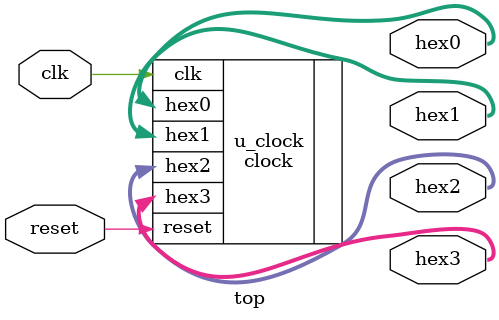
<source format=v>
module top(
    input clk,
    input reset,
    output [6:0] hex0,
    output [6:0] hex1,
    output [6:0] hex2,
    output [6:0] hex3
);

clock u_clock (
    .clk(clk),
    .reset(reset),
    .hex0(hex0),
    .hex1(hex1),
    .hex2(hex2),
    .hex3(hex3)
);

endmodule

</source>
